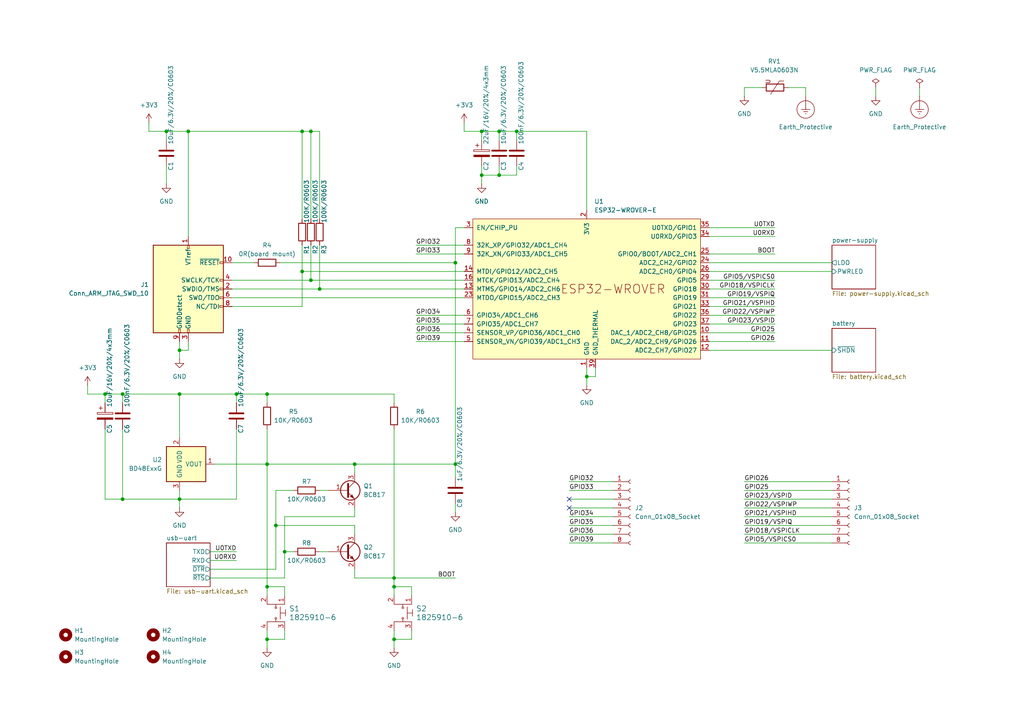
<source format=kicad_sch>
(kicad_sch (version 20231120) (generator "eeschema") (generator_version "8.0")
  (paper "A4")
  (lib_symbols
    (symbol "Connector:Conn_01x08_Socket" (pin_names (offset 1.016) hide)
      (property "Reference" "J" (at 0 10.16 0))
      (property "Value" "Conn_01x08_Socket" (at 0 -12.7 0))
      (symbol "Conn_01x08_Socket_1_1"
        (arc (start 0 -9.652) (mid -0.5058 -10.16) (end 0 -10.668) (stroke (width 0.1524)))
        (arc (start 0 -7.112) (mid -0.5058 -7.62) (end 0 -8.128) (stroke (width 0.1524)))
        (arc (start 0 -4.572) (mid -0.5058 -5.08) (end 0 -5.588) (stroke (width 0.1524)))
        (arc (start 0 -2.032) (mid -0.5058 -2.54) (end 0 -3.048) (stroke (width 0.1524)))
        (polyline (pts (xy -1.27 -10.16) (xy -0.508 -10.16)) (stroke (width 0.1524)))
        (polyline (pts (xy -1.27 -7.62) (xy -0.508 -7.62)) (stroke (width 0.1524)))
        (polyline (pts (xy -1.27 -5.08) (xy -0.508 -5.08)) (stroke (width 0.1524)))
        (polyline (pts (xy -1.27 -2.54) (xy -0.508 -2.54)) (stroke (width 0.1524)))
        (polyline (pts (xy -1.27 0) (xy -0.508 0)) (stroke (width 0.1524)))
        (polyline (pts (xy -1.27 2.54) (xy -0.508 2.54)) (stroke (width 0.1524)))
        (polyline (pts (xy -1.27 5.08) (xy -0.508 5.08)) (stroke (width 0.1524)))
        (polyline (pts (xy -1.27 7.62) (xy -0.508 7.62)) (stroke (width 0.1524)))
        (arc (start 0 0.508) (mid -0.5058 0) (end 0 -0.508) (stroke (width 0.1524)))
        (arc (start 0 3.048) (mid -0.5058 2.54) (end 0 2.032) (stroke (width 0.1524)))
        (arc (start 0 5.588) (mid -0.5058 5.08) (end 0 4.572) (stroke (width 0.1524)))
        (arc (start 0 8.128) (mid -0.5058 7.62) (end 0 7.112) (stroke (width 0.1524)))
        (pin passive line (at -5.08 7.62 0) (length 3.81) (name "Pin_1") (number "1"))
        (pin passive line (at -5.08 5.08 0) (length 3.81) (name "Pin_2") (number "2"))
        (pin passive line (at -5.08 2.54 0) (length 3.81) (name "Pin_3") (number "3"))
        (pin passive line (at -5.08 0 0) (length 3.81) (name "Pin_4") (number "4"))
        (pin passive line (at -5.08 -2.54 0) (length 3.81) (name "Pin_5") (number "5"))
        (pin passive line (at -5.08 -5.08 0) (length 3.81) (name "Pin_6") (number "6"))
        (pin passive line (at -5.08 -7.62 0) (length 3.81) (name "Pin_7") (number "7"))
        (pin passive line (at -5.08 -10.16 0) (length 3.81) (name "Pin_8") (number "8"))
      )
    )
    (symbol "Connector:Conn_ARM_JTAG_SWD_10" (pin_names (offset 1.016))
      (property "Reference" "J" (at -2.54 16.51 0))
      (property "Value" "Conn_ARM_JTAG_SWD_10" (at -2.54 13.97 0))
      (symbol "Conn_ARM_JTAG_SWD_10_0_1"
        (rectangle (start -10.16 12.7) (end 10.16 -12.7) (stroke (width 0.254)) (fill (type background)))
        (rectangle (start -2.794 -12.7) (end -2.286 -11.684))
        (rectangle (start -0.254 -12.7) (end 0.254 -11.684))
        (rectangle (start -0.254 12.7) (end 0.254 11.684))
        (rectangle (start 9.144 2.286) (end 10.16 2.794))
        (rectangle (start 10.16 -2.794) (end 9.144 -2.286))
        (rectangle (start 10.16 -0.254) (end 9.144 0.254))
        (rectangle (start 10.16 7.874) (end 9.144 7.366))
      )
      (symbol "Conn_ARM_JTAG_SWD_10_1_1"
        (rectangle (start 9.144 -5.334) (end 10.16 -4.826))
        (pin power_in line (at 0 15.24 270) (length 2.54) (name "VTref") (number "1"))
        (pin open_collector line (at 12.7 7.62 180) (length 2.54) (name "~{RESET}") (number "10"))
        (pin bidirectional line (at 12.7 0 180) (length 2.54) (name "SWDIO/TMS") (number "2"))
        (pin power_in line (at 0 -15.24 90) (length 2.54) (name "GND") (number "3"))
        (pin output line (at 12.7 2.54 180) (length 2.54) (name "SWCLK/TCK") (number "4"))
        (pin passive line (at 0 -15.24 90) (length 2.54) hide (name "GND") (number "5"))
        (pin input line (at 12.7 -2.54 180) (length 2.54) (name "SWO/TDO") (number "6"))
        (pin no_connect line (at -10.16 0 0) (length 2.54) hide (name "KEY") (number "7"))
        (pin output line (at 12.7 -5.08 180) (length 2.54) (name "NC/TDI") (number "8"))
        (pin passive line (at -2.54 -15.24 90) (length 2.54) (name "GNDDetect") (number "9"))
      )
    )
    (symbol "Device:C" (pin_numbers hide) (pin_names (offset 0.254))
      (property "Reference" "C" (at 0.635 2.54 0))
      (property "Value" "C" (at 0.635 -2.54 0))
      (symbol "C_0_1"
        (polyline (pts (xy -2.032 -0.762) (xy 2.032 -0.762)) (stroke (width 0.508)))
        (polyline (pts (xy -2.032 0.762) (xy 2.032 0.762)) (stroke (width 0.508)))
      )
      (symbol "C_1_1"
        (pin passive line (at 0 3.81 270) (length 2.794) (name "~") (number "1"))
        (pin passive line (at 0 -3.81 90) (length 2.794) (name "~") (number "2"))
      )
    )
    (symbol "Device:C_Polarized" (pin_numbers hide) (pin_names (offset 0.254))
      (property "Reference" "C" (at 0.635 2.54 0))
      (property "Value" "C_Polarized" (at 0.635 -2.54 0))
      (symbol "C_Polarized_0_1"
        (rectangle (start -2.286 0.508) (end 2.286 1.016))
        (polyline (pts (xy -1.778 2.286) (xy -0.762 2.286)))
        (polyline (pts (xy -1.27 2.794) (xy -1.27 1.778)))
        (rectangle (start 2.286 -0.508) (end -2.286 -1.016) (fill (type outline)))
      )
      (symbol "C_Polarized_1_1"
        (pin passive line (at 0 3.81 270) (length 2.794) (name "~") (number "1"))
        (pin passive line (at 0 -3.81 90) (length 2.794) (name "~") (number "2"))
      )
    )
    (symbol "Device:R" (pin_numbers hide) (pin_names (offset 0))
      (property "Reference" "R" (at 2.032 0 90))
      (property "Value" "R" (at 0 0 90))
      (symbol "R_0_1"
        (rectangle (start -1.016 -2.54) (end 1.016 2.54) (stroke (width 0.254)))
      )
      (symbol "R_1_1"
        (pin passive line (at 0 3.81 270) (length 1.27) (name "~") (number "1"))
        (pin passive line (at 0 -3.81 90) (length 1.27) (name "~") (number "2"))
      )
    )
    (symbol "Device:Varistor" (pin_numbers hide) (pin_names (offset 0))
      (property "Reference" "RV" (at 3.175 0 90))
      (property "Value" "Varistor" (at -3.175 0 90))
      (symbol "Varistor_0_0"
        (text "U" (at -1.778 -2.032 0) (effects (font (size 1.27 1.27))))
      )
      (symbol "Varistor_0_1"
        (rectangle (start -1.016 -2.54) (end 1.016 2.54) (stroke (width 0.254)))
        (polyline (pts (xy -1.905 2.54) (xy -1.905 1.27) (xy 1.905 -1.27)))
      )
      (symbol "Varistor_1_1"
        (pin passive line (at 0 3.81 270) (length 1.27) (name "~") (number "1"))
        (pin passive line (at 0 -3.81 90) (length 1.27) (name "~") (number "2"))
      )
    )
    (symbol "Espressif:ESP32-WROVER-E" (pin_names (offset 1.016))
      (property "Reference" "U" (at -30.48 25.4 0))
      (property "Value" "ESP32-WROVER-E" (at -30.48 22.86 0))
      (symbol "ESP32-WROVER-E_0_1"
        (rectangle (start -33.02 20.32) (end 33.02 -20.32) (fill (type background)))
      )
      (symbol "ESP32-WROVER-E_1_1"
        (text "ESP32-­WROVER" (at 7.62 0 0) (effects (font (size 2.54 2.54))))
        (pin power_in line (at 0 -22.86 90) (length 2.54) (name "GND") (number "1"))
        (pin bidirectional line (at 35.56 -12.7 180) (length 2.54) (name "DAC_1/ADC2_CH8/GPIO25") (number "10"))
        (pin bidirectional line (at 35.56 -15.24 180) (length 2.54) (name "DAC_2/ADC2_CH9/GPIO26") (number "11"))
        (pin bidirectional line (at 35.56 -17.78 180) (length 2.54) (name "ADC2_CH7/GPIO27") (number "12"))
        (pin bidirectional line (at -35.56 0 0) (length 2.54) (name "MTMS/GPIO14/ADC2_CH6") (number "13"))
        (pin bidirectional line (at -35.56 5.08 0) (length 2.54) (name "MTDI/GPIO12/ADC2_CH5") (number "14"))
        (pin passive line (at 0 -22.86 90) (length 2.54) hide (name "GND") (number "15"))
        (pin bidirectional line (at -35.56 2.54 0) (length 2.54) (name "MTCK/GPIO13/ADC2_CH4") (number "16"))
        (pin power_in line (at 0 22.86 270) (length 2.54) (name "3V3") (number "2"))
        (pin bidirectional line (at -35.56 -2.54 0) (length 2.54) (name "MTDO/GPIO15/ADC2_CH3") (number "23"))
        (pin bidirectional line (at 35.56 7.62 180) (length 2.54) (name "ADC2_CH2/GPIO2") (number "24"))
        (pin bidirectional line (at 35.56 10.16 180) (length 2.54) (name "GPIO0/BOOT/ADC2_CH1") (number "25"))
        (pin bidirectional line (at 35.56 5.08 180) (length 2.54) (name "ADC2_CH0/GPIO4") (number "26"))
        (pin bidirectional line (at 35.56 2.54 180) (length 2.54) (name "GPIO5") (number "29"))
        (pin input line (at -35.56 17.78 0) (length 2.54) (name "EN/CHIP_PU") (number "3"))
        (pin bidirectional line (at 35.56 0 180) (length 2.54) (name "GPIO18") (number "30"))
        (pin bidirectional line (at 35.56 -2.54 180) (length 2.54) (name "GPIO19") (number "31"))
        (pin bidirectional line (at 35.56 -5.08 180) (length 2.54) (name "GPIO21") (number "33"))
        (pin bidirectional line (at 35.56 15.24 180) (length 2.54) (name "U0RXD/GPIO3") (number "34"))
        (pin bidirectional line (at 35.56 17.78 180) (length 2.54) (name "U0TXD/GPIO1") (number "35"))
        (pin bidirectional line (at 35.56 -7.62 180) (length 2.54) (name "GPIO22") (number "36"))
        (pin bidirectional line (at 35.56 -10.16 180) (length 2.54) (name "GPIO23") (number "37"))
        (pin passive line (at 0 -22.86 90) (length 2.54) hide (name "GND") (number "38"))
        (pin power_in line (at 2.54 -22.86 90) (length 2.54) (name "GND_THERMAL") (number "39"))
        (pin input line (at -35.56 -12.7 0) (length 2.54) (name "SENSOR_VP/GPIO36/ADC1_CH0") (number "4"))
        (pin input line (at -35.56 -15.24 0) (length 2.54) (name "SENSOR_VN/GPIO39/ADC1_CH3") (number "5"))
        (pin input line (at -35.56 -7.62 0) (length 2.54) (name "GPIO34/ADC1_CH6") (number "6"))
        (pin input line (at -35.56 -10.16 0) (length 2.54) (name "GPIO35/ADC1_CH7") (number "7"))
        (pin bidirectional line (at -35.56 12.7 0) (length 2.54) (name "32K_XP/GPIO32/ADC1_CH4") (number "8"))
        (pin bidirectional line (at -35.56 10.16 0) (length 2.54) (name "32K_XN/GPIO33/ADC1_CH5") (number "9"))
      )
    )
    (symbol "Mechanical:MountingHole" (pin_names (offset 1.016)) (exclude_from_sim yes) (in_bom no)
      (property "Reference" "H" (at 0 5.08 0))
      (property "Value" "MountingHole" (at 0 3.175 0))
      (symbol "MountingHole_0_1"
        (circle (center 0 0) (radius 1.27) (stroke (width 1.27)))
      )
    )
    (symbol "Power_Management:BD48ExxG" (pin_names (offset 1.016))
      (property "Reference" "U" (at -3.81 6.35 0))
      (property "Value" "BD48ExxG" (at -5.08 0 90))
      (symbol "BD48ExxG_1_1"
        (rectangle (start -3.81 5.08) (end 7.62 -5.08) (stroke (width 0.254)) (fill (type background)))
        (pin output line (at 10.16 0 180) (length 2.54) (name "VOUT") (number "1"))
        (pin power_in line (at 0 7.62 270) (length 2.54) (name "VDD") (number "2"))
        (pin power_in line (at 0 -7.62 90) (length 2.54) (name "GND") (number "3"))
      )
    )
    (symbol "Transistor_BJT:BC817" (pin_names (offset 0) hide)
      (property "Reference" "Q" (at 5.08 1.905 0))
      (property "Value" "BC817" (at 5.08 0 0))
      (symbol "BC817_0_1"
        (polyline (pts (xy 0.635 0.635) (xy 2.54 2.54)))
        (polyline (pts (xy 0.635 -0.635) (xy 2.54 -2.54) (xy 2.54 -2.54)))
        (polyline (pts (xy 0.635 1.905) (xy 0.635 -1.905) (xy 0.635 -1.905)) (stroke (width 0.508)))
        (polyline (pts (xy 1.27 -1.778) (xy 1.778 -1.27) (xy 2.286 -2.286) (xy 1.27 -1.778) (xy 1.27 -1.778)) (fill (type outline)))
        (circle (center 1.27 0) (radius 2.8194) (stroke (width 0.254)))
      )
      (symbol "BC817_1_1"
        (pin input line (at -5.08 0 0) (length 5.715) (name "B") (number "1"))
        (pin passive line (at 2.54 -5.08 90) (length 2.54) (name "E") (number "2"))
        (pin passive line (at 2.54 5.08 270) (length 2.54) (name "C") (number "3"))
      )
    )
    (symbol "dk_Tactile-Switches:1825910-6" (pin_names (offset 1.016))
      (property "Reference" "S" (at 0 4.572 0))
      (property "Value" "1825910-6" (at 0.127 -5.08 0))
      (symbol "1825910-6_0_1"
        (circle (center -1.524 0) (radius 0.254))
        (polyline (pts (xy -2.54 2.54) (xy -2.54 -2.54)))
        (polyline (pts (xy -1.778 0) (xy -2.54 0)))
        (polyline (pts (xy -1.778 1.27) (xy 1.778 1.27)))
        (polyline (pts (xy 2.54 -2.54) (xy 2.54 2.54)))
        (polyline (pts (xy 2.54 0) (xy 1.778 0)))
        (circle (center 1.524 0) (radius 0.254))
      )
      (symbol "1825910-6_1_1"
        (polyline (pts (xy -1.016 2.794) (xy 0.889 2.794)))
        (polyline (pts (xy 0 2.794) (xy 0 1.27)))
        (pin passive line (at -5.08 2.54 0) (length 2.54) (name "~") (number "1"))
        (pin passive line (at -5.08 -2.54 0) (length 2.54) (name "~") (number "2"))
        (pin passive line (at 5.08 2.54 180) (length 2.54) (name "~") (number "3"))
        (pin passive line (at 5.08 -2.54 180) (length 2.54) (name "~") (number "4"))
      )
    )
    (symbol "power:+3V3" (power) (pin_numbers hide) (pin_names (offset 0) hide)
      (property "Value" "+3V3" (at 0 3.556 0))
      (symbol "+3V3_0_1"
        (polyline (pts (xy -0.762 1.27) (xy 0 2.54)))
        (polyline (pts (xy 0 0) (xy 0 2.54)))
        (polyline (pts (xy 0 2.54) (xy 0.762 1.27)))
      )
      (symbol "+3V3_1_1"
        (pin power_in line (at 0 0 90) (length 0) (name "~") (number "1"))
      )
    )
    (symbol "power:Earth_Protective" (power) (pin_numbers hide) (pin_names (offset 0) hide)
      (property "Value" "Earth_Protective" (at 0 -7.62 0))
      (symbol "Earth_Protective_0_1"
        (circle (center 0 -3.81) (radius 2.54))
        (polyline (pts (xy -0.635 -4.445) (xy 0.635 -4.445)))
        (polyline (pts (xy -0.127 -5.08) (xy 0.127 -5.08)))
        (polyline (pts (xy 0 -3.81) (xy 0 0)))
        (polyline (pts (xy 1.27 -3.81) (xy -1.27 -3.81)))
      )
      (symbol "Earth_Protective_1_1"
        (pin power_in line (at 0 0 270) (length 0) (name "~") (number "1"))
      )
    )
    (symbol "power:GND" (power) (pin_numbers hide) (pin_names (offset 0) hide)
      (property "Value" "GND" (at 0 -3.81 0))
      (symbol "GND_0_1"
        (polyline (pts (xy 0 0) (xy 0 -1.27) (xy 1.27 -1.27) (xy 0 -2.54) (xy -1.27 -1.27) (xy 0 -1.27)))
      )
      (symbol "GND_1_1"
        (pin power_in line (at 0 0 270) (length 0) (name "~") (number "1"))
      )
    )
    (symbol "power:PWR_FLAG" (power) (pin_numbers hide) (pin_names (offset 0) hide)
      (property "Value" "PWR_FLAG" (at 0 3.81 0))
      (symbol "PWR_FLAG_0_0"
        (pin power_out line (at 0 0 90) (length 0) (name "~") (number "1"))
      )
      (symbol "PWR_FLAG_0_1"
        (polyline (pts (xy 0 0) (xy 0 1.27) (xy -1.016 1.905) (xy 0 2.54) (xy 1.016 1.905) (xy 0 1.27)))
      )
    )
  )
  (junction (at 82.55 160.02))
  (junction (at 144.78 38.1))
  (junction (at 114.3 167.64))
  (junction (at 102.87 134.62))
  (junction (at 77.47 170.18))
  (junction (at 92.71 83.82))
  (junction (at 30.48 114.3))
  (junction (at 54.61 38.1))
  (junction (at 77.47 114.3))
  (junction (at 52.07 114.3))
  (junction (at 35.56 144.78))
  (junction (at 144.78 50.8))
  (junction (at 77.47 185.42))
  (junction (at 52.07 144.78))
  (junction (at 87.63 78.74))
  (junction (at 139.7 50.8))
  (junction (at 80.01 152.4))
  (junction (at 114.3 185.42))
  (junction (at 114.3 170.18))
  (junction (at 90.17 81.28))
  (junction (at 139.7 38.1))
  (junction (at 90.17 38.1))
  (junction (at 77.47 134.62))
  (junction (at 132.08 76.2))
  (junction (at 52.07 101.6))
  (junction (at 149.86 38.1))
  (junction (at 35.56 114.3))
  (junction (at 87.63 38.1))
  (junction (at 48.26 38.1))
  (junction (at 68.58 114.3))
  (junction (at 170.18 109.22))
  (junction (at 132.08 134.62))
  (no_connect (at 165.1 144.78))
  (no_connect (at 165.1 147.32))
  (wire (pts (xy 205.74 73.66) (xy 224.79 73.66)))
  (wire (pts (xy 80.01 152.4) (xy 80.01 165.1)))
  (wire (pts (xy 114.3 114.3) (xy 114.3 116.84)))
  (wire (pts (xy 132.08 66.04) (xy 132.08 76.2)))
  (wire (pts (xy 205.74 101.6) (xy 241.3 101.6)))
  (wire (pts (xy 170.18 38.1) (xy 170.18 60.96)))
  (wire (pts (xy 54.61 38.1) (xy 54.61 68.58)))
  (wire (pts (xy 77.47 134.62) (xy 77.47 170.18)))
  (wire (pts (xy 120.65 71.12) (xy 134.62 71.12)))
  (wire (pts (xy 81.28 76.2) (xy 132.08 76.2)))
  (wire (pts (xy 170.18 109.22) (xy 172.72 109.22)))
  (wire (pts (xy 82.55 149.86) (xy 102.87 149.86)))
  (wire (pts (xy 87.63 78.74) (xy 87.63 88.9)))
  (wire (pts (xy 35.56 114.3) (xy 52.07 114.3)))
  (wire (pts (xy 67.31 76.2) (xy 73.66 76.2)))
  (wire (pts (xy 102.87 149.86) (xy 102.87 147.32)))
  (wire (pts (xy 52.07 101.6) (xy 54.61 101.6)))
  (wire (pts (xy 233.68 25.4) (xy 233.68 27.94)))
  (wire (pts (xy 132.08 134.62) (xy 132.08 138.43)))
  (wire (pts (xy 205.74 93.98) (xy 224.79 93.98)))
  (wire (pts (xy 52.07 99.06) (xy 52.07 101.6)))
  (wire (pts (xy 149.86 48.26) (xy 149.86 50.8)))
  (wire (pts (xy 114.3 182.88) (xy 114.3 185.42)))
  (wire (pts (xy 215.9 152.4) (xy 241.3 152.4)))
  (wire (pts (xy 205.74 86.36) (xy 224.79 86.36)))
  (wire (pts (xy 205.74 88.9) (xy 224.79 88.9)))
  (wire (pts (xy 92.71 83.82) (xy 134.62 83.82)))
  (wire (pts (xy 132.08 146.05) (xy 132.08 148.59)))
  (wire (pts (xy 87.63 88.9) (xy 67.31 88.9)))
  (wire (pts (xy 35.56 124.46) (xy 35.56 144.78)))
  (wire (pts (xy 77.47 134.62) (xy 102.87 134.62)))
  (wire (pts (xy 120.65 91.44) (xy 134.62 91.44)))
  (wire (pts (xy 52.07 101.6) (xy 52.07 104.14)))
  (wire (pts (xy 77.47 114.3) (xy 114.3 114.3)))
  (wire (pts (xy 35.56 144.78) (xy 52.07 144.78)))
  (wire (pts (xy 85.09 160.02) (xy 82.55 160.02)))
  (wire (pts (xy 165.1 152.4) (xy 177.8 152.4)))
  (wire (pts (xy 120.65 93.98) (xy 134.62 93.98)))
  (wire (pts (xy 205.74 68.58) (xy 224.79 68.58)))
  (wire (pts (xy 68.58 114.3) (xy 77.47 114.3)))
  (wire (pts (xy 228.6 25.4) (xy 233.68 25.4)))
  (wire (pts (xy 205.74 91.44) (xy 224.79 91.44)))
  (wire (pts (xy 52.07 114.3) (xy 68.58 114.3)))
  (wire (pts (xy 165.1 142.24) (xy 177.8 142.24)))
  (wire (pts (xy 165.1 139.7) (xy 177.8 139.7)))
  (wire (pts (xy 170.18 109.22) (xy 170.18 111.76)))
  (wire (pts (xy 114.3 185.42) (xy 119.38 185.42)))
  (wire (pts (xy 102.87 167.64) (xy 114.3 167.64)))
  (wire (pts (xy 215.9 142.24) (xy 241.3 142.24)))
  (wire (pts (xy 165.1 157.48) (xy 177.8 157.48)))
  (wire (pts (xy 67.31 83.82) (xy 92.71 83.82)))
  (wire (pts (xy 215.9 147.32) (xy 241.3 147.32)))
  (wire (pts (xy 60.96 167.64) (xy 82.55 167.64)))
  (wire (pts (xy 30.48 116.84) (xy 30.48 114.3)))
  (wire (pts (xy 114.3 167.64) (xy 132.08 167.64)))
  (wire (pts (xy 67.31 81.28) (xy 90.17 81.28)))
  (wire (pts (xy 102.87 134.62) (xy 102.87 137.16)))
  (wire (pts (xy 82.55 182.88) (xy 82.55 185.42)))
  (wire (pts (xy 120.65 99.06) (xy 134.62 99.06)))
  (wire (pts (xy 165.1 147.32) (xy 177.8 147.32)))
  (wire (pts (xy 134.62 38.1) (xy 139.7 38.1)))
  (wire (pts (xy 68.58 114.3) (xy 68.58 116.84)))
  (wire (pts (xy 134.62 35.56) (xy 134.62 38.1)))
  (wire (pts (xy 52.07 144.78) (xy 52.07 147.32)))
  (wire (pts (xy 205.74 76.2) (xy 241.3 76.2)))
  (wire (pts (xy 215.9 144.78) (xy 241.3 144.78)))
  (wire (pts (xy 77.47 185.42) (xy 77.47 187.96)))
  (wire (pts (xy 119.38 170.18) (xy 114.3 170.18)))
  (wire (pts (xy 205.74 83.82) (xy 224.79 83.82)))
  (wire (pts (xy 165.1 149.86) (xy 177.8 149.86)))
  (wire (pts (xy 144.78 48.26) (xy 144.78 50.8)))
  (wire (pts (xy 48.26 38.1) (xy 43.18 38.1)))
  (wire (pts (xy 87.63 78.74) (xy 134.62 78.74)))
  (wire (pts (xy 215.9 25.4) (xy 215.9 27.94)))
  (wire (pts (xy 165.1 154.94) (xy 177.8 154.94)))
  (wire (pts (xy 114.3 170.18) (xy 114.3 172.72)))
  (wire (pts (xy 90.17 38.1) (xy 92.71 38.1)))
  (wire (pts (xy 87.63 38.1) (xy 90.17 38.1)))
  (wire (pts (xy 215.9 139.7) (xy 241.3 139.7)))
  (wire (pts (xy 149.86 38.1) (xy 149.86 40.64)))
  (wire (pts (xy 266.7 25.4) (xy 266.7 27.94)))
  (wire (pts (xy 54.61 38.1) (xy 87.63 38.1)))
  (wire (pts (xy 82.55 172.72) (xy 82.55 170.18)))
  (wire (pts (xy 67.31 86.36) (xy 134.62 86.36)))
  (wire (pts (xy 87.63 78.74) (xy 87.63 71.12)))
  (wire (pts (xy 139.7 50.8) (xy 139.7 53.34)))
  (wire (pts (xy 54.61 99.06) (xy 54.61 101.6)))
  (wire (pts (xy 102.87 154.94) (xy 102.87 152.4)))
  (wire (pts (xy 52.07 144.78) (xy 52.07 142.24)))
  (wire (pts (xy 25.4 114.3) (xy 30.48 114.3)))
  (wire (pts (xy 30.48 124.46) (xy 30.48 144.78)))
  (wire (pts (xy 60.96 162.56) (xy 68.58 162.56)))
  (wire (pts (xy 52.07 114.3) (xy 52.07 127)))
  (wire (pts (xy 30.48 144.78) (xy 35.56 144.78)))
  (wire (pts (xy 114.3 124.46) (xy 114.3 167.64)))
  (wire (pts (xy 215.9 25.4) (xy 220.98 25.4)))
  (wire (pts (xy 205.74 66.04) (xy 224.79 66.04)))
  (wire (pts (xy 120.65 73.66) (xy 134.62 73.66)))
  (wire (pts (xy 54.61 38.1) (xy 48.26 38.1)))
  (wire (pts (xy 114.3 167.64) (xy 114.3 170.18)))
  (wire (pts (xy 80.01 142.24) (xy 85.09 142.24)))
  (wire (pts (xy 77.47 170.18) (xy 77.47 172.72)))
  (wire (pts (xy 254 25.4) (xy 254 27.94)))
  (wire (pts (xy 60.96 165.1) (xy 80.01 165.1)))
  (wire (pts (xy 43.18 35.56) (xy 43.18 38.1)))
  (wire (pts (xy 119.38 172.72) (xy 119.38 170.18)))
  (wire (pts (xy 90.17 81.28) (xy 134.62 81.28)))
  (wire (pts (xy 77.47 114.3) (xy 77.47 116.84)))
  (wire (pts (xy 82.55 160.02) (xy 82.55 167.64)))
  (wire (pts (xy 215.9 157.48) (xy 241.3 157.48)))
  (wire (pts (xy 215.9 154.94) (xy 241.3 154.94)))
  (wire (pts (xy 80.01 142.24) (xy 80.01 152.4)))
  (wire (pts (xy 62.23 134.62) (xy 77.47 134.62)))
  (wire (pts (xy 205.74 99.06) (xy 224.79 99.06)))
  (wire (pts (xy 132.08 76.2) (xy 132.08 134.62)))
  (wire (pts (xy 102.87 152.4) (xy 80.01 152.4)))
  (wire (pts (xy 205.74 96.52) (xy 224.79 96.52)))
  (wire (pts (xy 77.47 182.88) (xy 77.47 185.42)))
  (wire (pts (xy 139.7 48.26) (xy 139.7 50.8)))
  (wire (pts (xy 25.4 111.76) (xy 25.4 114.3)))
  (wire (pts (xy 149.86 38.1) (xy 170.18 38.1)))
  (wire (pts (xy 139.7 38.1) (xy 144.78 38.1)))
  (wire (pts (xy 215.9 149.86) (xy 241.3 149.86)))
  (wire (pts (xy 60.96 160.02) (xy 68.58 160.02)))
  (wire (pts (xy 102.87 165.1) (xy 102.87 167.64)))
  (wire (pts (xy 92.71 142.24) (xy 95.25 142.24)))
  (wire (pts (xy 48.26 38.1) (xy 48.26 40.64)))
  (wire (pts (xy 165.1 144.78) (xy 177.8 144.78)))
  (wire (pts (xy 92.71 71.12) (xy 92.71 83.82)))
  (wire (pts (xy 119.38 182.88) (xy 119.38 185.42)))
  (wire (pts (xy 205.74 81.28) (xy 224.79 81.28)))
  (wire (pts (xy 139.7 38.1) (xy 139.7 40.64)))
  (wire (pts (xy 172.72 106.68) (xy 172.72 109.22)))
  (wire (pts (xy 30.48 114.3) (xy 35.56 114.3)))
  (wire (pts (xy 77.47 170.18) (xy 82.55 170.18)))
  (wire (pts (xy 48.26 53.34) (xy 48.26 48.26)))
  (wire (pts (xy 92.71 38.1) (xy 92.71 63.5)))
  (wire (pts (xy 114.3 185.42) (xy 114.3 187.96)))
  (wire (pts (xy 68.58 144.78) (xy 52.07 144.78)))
  (wire (pts (xy 120.65 96.52) (xy 134.62 96.52)))
  (wire (pts (xy 77.47 185.42) (xy 82.55 185.42)))
  (wire (pts (xy 68.58 124.46) (xy 68.58 144.78)))
  (wire (pts (xy 90.17 71.12) (xy 90.17 81.28)))
  (wire (pts (xy 35.56 116.84) (xy 35.56 114.3)))
  (wire (pts (xy 102.87 134.62) (xy 132.08 134.62)))
  (wire (pts (xy 149.86 50.8) (xy 144.78 50.8)))
  (wire (pts (xy 82.55 149.86) (xy 82.55 160.02)))
  (wire (pts (xy 90.17 38.1) (xy 90.17 63.5)))
  (wire (pts (xy 205.74 78.74) (xy 241.3 78.74)))
  (wire (pts (xy 77.47 124.46) (xy 77.47 134.62)))
  (wire (pts (xy 144.78 38.1) (xy 149.86 38.1)))
  (wire (pts (xy 132.08 66.04) (xy 134.62 66.04)))
  (wire (pts (xy 144.78 38.1) (xy 144.78 40.64)))
  (wire (pts (xy 92.71 160.02) (xy 95.25 160.02)))
  (wire (pts (xy 170.18 106.68) (xy 170.18 109.22)))
  (wire (pts (xy 87.63 38.1) (xy 87.63 63.5)))
  (wire (pts (xy 144.78 50.8) (xy 139.7 50.8)))
  (label "GPIO32" (at 120.65 71.12 0))
  (label "GPIO39" (at 120.65 99.06 0))
  (label "GPIO26" (at 215.9 139.7 0))
  (label "GPIO35" (at 165.1 152.4 0))
  (label "U0TXD" (at 224.79 66.04 180))
  (label "BOOT" (at 132.08 167.64 180))
  (label "GPIO5{slash}VSPICS0" (at 215.9 157.48 0))
  (label "GPIO25" (at 224.79 96.52 180))
  (label "GPIO18{slash}VSPICLK" (at 224.79 83.82 180))
  (label "GPIO25" (at 215.9 142.24 0))
  (label "GPIO23{slash}VSPID" (at 215.9 144.78 0))
  (label "GPIO34" (at 165.1 149.86 0))
  (label "GPIO19{slash}VSPIQ" (at 224.79 86.36 180))
  (label "GPIO18{slash}VSPICLK" (at 215.9 154.94 0))
  (label "GPIO36" (at 165.1 154.94 0))
  (label "GPIO34" (at 120.65 91.44 0))
  (label "GPIO39" (at 165.1 157.48 0))
  (label "GPIO23{slash}VSPID" (at 224.79 93.98 180))
  (label "GPIO36" (at 120.65 96.52 0))
  (label "GPIO35" (at 120.65 93.98 0))
  (label "GPIO21{slash}VSPIHD" (at 224.79 88.9 180))
  (label "GPIO19{slash}VSPIQ" (at 215.9 152.4 0))
  (label "GPIO21{slash}VSPIHD" (at 215.9 149.86 0))
  (label "BOOT" (at 224.79 73.66 180))
  (label "GPIO26" (at 224.79 99.06 180))
  (label "GPIO32" (at 165.1 139.7 0))
  (label "U0RXD" (at 68.58 162.56 180))
  (label "GPIO33" (at 165.1 142.24 0))
  (label "GPIO22{slash}VSPIWP" (at 224.79 91.44 180))
  (label "U0RXD" (at 224.79 68.58 180))
  (label "GPIO22{slash}VSPIWP" (at 215.9 147.32 0))
  (label "GPIO5{slash}VSPICS0" (at 224.79 81.28 180))
  (label "U0TXD" (at 68.58 160.02 180))
  (label "GPIO33" (at 120.65 73.66 0))
  (symbol (lib_id "power:GND") (at 114.3 187.96 0) (unit 1)
    (property "Reference" "#PWR015" (effects (hide yes)))
    (property "Value" "GND" (at 114.3 193.04 0))
    (property "Description" "Power symbol creates a global label with name \"GND\" , ground" (effects (hide yes)))
  )
  (symbol (lib_id "Device:C_Polarized") (at 139.7 44.45 0) (unit 1)
    (property "Reference" "C2" (at 140.97 49.53 90) (effects (justify left)))
    (property "Value" "22uF/16V/20%/4x3mm" (at 140.97 41.91 90) (effects (justify left)))
    (property "Footprint" "Capacitor_SMD:CP_Elec_4x3" (effects (hide yes)))
    (property "Description" "Polarized capacitor" (effects (hide yes)))
  )
  (symbol (lib_id "Transistor_BJT:BC817") (at 100.33 160.02 0) (unit 1)
    (property "Reference" "Q2" (at 105.41 158.7499 0) (effects (justify left)))
    (property "Value" "BC817" (at 105.41 161.2899 0) (effects (justify left)))
    (property "Footprint" "Package_TO_SOT_SMD:SOT-23" (effects (hide yes)))
    (property "Datasheet" "https://www.onsemi.com/pub/Collateral/BC818-D.pdf" (effects (hide yes)))
    (property "Description" "0.8A Ic, 45V Vce, NPN Transistor, SOT-23" (effects (hide yes)))
  )
  (symbol (lib_id "power:GND") (at 48.26 53.34 0) (unit 1)
    (property "Reference" "#PWR07" (effects (hide yes)))
    (property "Value" "GND" (at 48.26 58.42 0))
    (property "Description" "Power symbol creates a global label with name \"GND\" , ground" (effects (hide yes)))
  )
  (symbol (lib_id "power:+3V3") (at 134.62 35.56 0) (unit 1)
    (property "Reference" "#PWR06" (effects (hide yes)))
    (property "Value" "+3V3" (at 134.62 30.48 0))
    (property "Description" "Power symbol creates a global label with name \"+3V3\"" (effects (hide yes)))
  )
  (symbol (lib_id "Device:R") (at 90.17 67.31 180) (unit 1)
    (property "Reference" "R2" (at 91.44 72.39 90))
    (property "Value" "100K/R0603" (at 91.44 58.42 90))
    (property "Footprint" "Resistor_SMD:R_0603_1608Metric_Pad0.98x0.95mm_HandSolder" (effects (hide yes)))
    (property "Description" "Resistor" (effects (hide yes)))
  )
  (symbol (lib_id "Power_Management:BD48ExxG") (at 52.07 134.62 0) (unit 1)
    (property "Reference" "U2" (at 46.99 133.3499 0) (effects (justify right)))
    (property "Value" "BD48ExxG" (at 46.99 135.8899 0) (effects (justify right)))
    (property "Footprint" "Package_TO_SOT_SMD:SOT-23-5" (effects (hide yes)))
    (property "Datasheet" "https://www.rohm.de/datasheet/BD4830FVE/bd48xxg-e" (effects (hide yes)))
    (property "Description" "Standard CMOS Voltage Detector IC, Open Drain Output, SSOP5" (effects (hide yes)))
  )
  (symbol (lib_id "power:GND") (at 254 27.94 0) (unit 1)
    (property "Reference" "#PWR03" (effects (hide yes)))
    (property "Value" "GND" (at 254 33.02 0))
    (property "Description" "Power symbol creates a global label with name \"GND\" , ground" (effects (hide yes)))
  )
  (symbol (lib_id "Device:R") (at 114.3 120.65 0) (unit 1)
    (property "Reference" "R6" (at 121.92 119.38 0))
    (property "Value" "10K/R0603" (at 121.92 121.92 0))
    (property "Footprint" "Resistor_SMD:R_0603_1608Metric_Pad0.98x0.95mm_HandSolder" (effects (hide yes)))
    (property "Description" "Resistor" (effects (hide yes)))
  )
  (symbol (lib_id "Mechanical:MountingHole") (at 19.05 190.5 0) (unit 1) (exclude_from_sim yes) (in_bom no)
    (property "Reference" "H3" (at 21.59 189.2299 0) (effects (justify left)))
    (property "Value" "MountingHole" (at 21.59 191.7699 0) (effects (justify left)))
    (property "Footprint" "MountingHole:MountingHole_2.2mm_M2" (effects (hide yes)))
    (property "Description" "Mounting Hole without connection" (effects (hide yes)))
  )
  (symbol (lib_id "Mechanical:MountingHole") (at 19.05 184.15 0) (unit 1) (exclude_from_sim yes) (in_bom no)
    (property "Reference" "H1" (at 21.59 182.8799 0) (effects (justify left)))
    (property "Value" "MountingHole" (at 21.59 185.4199 0) (effects (justify left)))
    (property "Footprint" "MountingHole:MountingHole_2.2mm_M2" (effects (hide yes)))
    (property "Description" "Mounting Hole without connection" (effects (hide yes)))
  )
  (symbol (lib_id "dk_Tactile-Switches:1825910-6") (at 116.84 177.8 270) (unit 1)
    (property "Reference" "S2" (at 120.65 176.5299 90) (effects (font (size 1.524 1.524)) (justify left)))
    (property "Value" "1825910-6" (at 120.65 179.0699 90) (effects (font (size 1.524 1.524)) (justify left)))
    (property "Footprint" "digikey-footprints:Switch_Tactile_THT_6x6mm" (effects (hide yes)))
    (property "Datasheet" "https://www.te.com/commerce/DocumentDelivery/DDEController?Action=srchrtrv&DocNm=1825910&DocType=Customer+Drawing&DocLang=English" (effects (hide yes)))
    (property "Description" "SWITCH TACTILE SPST-NO 0.05A 24V" (effects (hide yes)))
    (property "Digi-Key_PN" "450-1650-ND" (effects (hide yes)))
    (property "MPN" "1825910-6" (effects (hide yes)))
    (property "Category" "Switches" (effects (hide yes)))
    (property "Family" "Tactile Switches" (effects (hide yes)))
    (property "DK_Datasheet_Link" "https://www.te.com/commerce/DocumentDelivery/DDEController?Action=srchrtrv&DocNm=1825910&DocType=Customer+Drawing&DocLang=English" (effects (hide yes)))
    (property "DK_Detail_Page" "/product-detail/en/te-connectivity-alcoswitch-switches/1825910-6/450-1650-ND/1632536" (effects (hide yes)))
    (property "Description_1" "SWITCH TACTILE SPST-NO 0.05A 24V" (effects (hide yes)))
    (property "Manufacturer" "TE Connectivity ALCOSWITCH Switches" (effects (hide yes)))
    (property "Status" "Active" (effects (hide yes)))
  )
  (symbol (lib_id "power:GND") (at 215.9 27.94 0) (unit 1)
    (property "Reference" "#PWR01" (effects (hide yes)))
    (property "Value" "GND" (at 215.9 33.02 0))
    (property "Description" "Power symbol creates a global label with name \"GND\" , ground" (effects (hide yes)))
  )
  (symbol (lib_id "Mechanical:MountingHole") (at 44.45 184.15 0) (unit 1) (exclude_from_sim yes) (in_bom no)
    (property "Reference" "H2" (at 46.99 182.8799 0) (effects (justify left)))
    (property "Value" "MountingHole" (at 46.99 185.4199 0) (effects (justify left)))
    (property "Footprint" "MountingHole:MountingHole_2.2mm_M2" (effects (hide yes)))
    (property "Description" "Mounting Hole without connection" (effects (hide yes)))
  )
  (symbol (lib_id "Mechanical:MountingHole") (at 44.45 190.5 0) (unit 1) (exclude_from_sim yes) (in_bom no)
    (property "Reference" "H4" (at 46.99 189.2299 0) (effects (justify left)))
    (property "Value" "MountingHole" (at 46.99 191.7699 0) (effects (justify left)))
    (property "Footprint" "MountingHole:MountingHole_2.2mm_M2" (effects (hide yes)))
    (property "Description" "Mounting Hole without connection" (effects (hide yes)))
  )
  (symbol (lib_id "Device:C_Polarized") (at 30.48 120.65 0) (unit 1)
    (property "Reference" "C5" (at 31.75 125.73 90) (effects (justify left)))
    (property "Value" "10uF/16V/20%/4x3mm" (at 31.75 118.11 90) (effects (justify left)))
    (property "Footprint" "Capacitor_SMD:CP_Elec_4x3" (effects (hide yes)))
    (property "Description" "Polarized capacitor" (effects (hide yes)))
  )
  (symbol (lib_id "power:GND") (at 170.18 111.76 0) (unit 1)
    (property "Reference" "#PWR011" (effects (hide yes)))
    (property "Value" "GND" (at 170.18 116.84 0))
    (property "Description" "Power symbol creates a global label with name \"GND\" , ground" (effects (hide yes)))
  )
  (symbol (lib_id "power:Earth_Protective") (at 233.68 27.94 0) (unit 1)
    (property "Reference" "#PWR02" (effects (hide yes)))
    (property "Value" "Earth_Protective" (at 233.68 36.83 0))
    (property "Description" "Power symbol creates a global label with name \"Earth_Protective\"" (effects (hide yes)))
  )
  (symbol (lib_id "Device:C") (at 132.08 142.24 0) (unit 1)
    (property "Reference" "C8" (at 133.35 147.32 90) (effects (justify left)))
    (property "Value" "1uF/6.3V/20%/C0603" (at 133.35 139.7 90) (effects (justify left)))
    (property "Footprint" "Capacitor_SMD:C_0603_1608Metric_Pad1.08x0.95mm_HandSolder" (effects (hide yes)))
    (property "Description" "Unpolarized capacitor" (effects (hide yes)))
  )
  (symbol (lib_id "power:GND") (at 139.7 53.34 0) (unit 1)
    (property "Reference" "#PWR08" (effects (hide yes)))
    (property "Value" "GND" (at 139.7 58.42 0))
    (property "Description" "Power symbol creates a global label with name \"GND\" , ground" (effects (hide yes)))
  )
  (symbol (lib_id "power:GND") (at 132.08 148.59 0) (unit 1)
    (property "Reference" "#PWR013" (effects (hide yes)))
    (property "Value" "GND" (at 132.08 153.67 0))
    (property "Description" "Power symbol creates a global label with name \"GND\" , ground" (effects (hide yes)))
  )
  (symbol (lib_id "power:GND") (at 77.47 187.96 0) (unit 1)
    (property "Reference" "#PWR014" (effects (hide yes)))
    (property "Value" "GND" (at 77.47 193.04 0))
    (property "Description" "Power symbol creates a global label with name \"GND\" , ground" (effects (hide yes)))
  )
  (symbol (lib_id "Device:R") (at 87.63 67.31 180) (unit 1)
    (property "Reference" "R1" (at 88.9 72.39 90))
    (property "Value" "100K/R0603" (at 88.9 58.42 90))
    (property "Footprint" "Resistor_SMD:R_0603_1608Metric_Pad0.98x0.95mm_HandSolder" (effects (hide yes)))
    (property "Description" "Resistor" (effects (hide yes)))
  )
  (symbol (lib_id "Espressif:ESP32-WROVER-E") (at 170.18 83.82 0) (unit 1)
    (property "Reference" "U1" (at 172.3741 58.42 0) (effects (justify left)))
    (property "Value" "ESP32-WROVER-E" (at 172.3741 60.96 0) (effects (justify left)))
    (property "Footprint" "Espressif:ESP32-WROVER-E" (effects (hide yes)))
    (property "Datasheet" "https://www.espressif.com/sites/default/files/documentation/esp32-wrover-e_esp32-wrover-ie_datasheet_en.pdf" (effects (hide yes)))
    (property "Description" "ESP32-WROVER-E and ESP32-WROVER-IE are two powerful, generic WiFi-BT-BLE MCU modules that target a wide variety of applications, ranging from low-power sensor networks to the most demanding tasks, such as voice encoding, music streaming and MP3 decoding. ESP32-WROVER-E comes with a PCB antenna, and ESP32-WROVER-IE with an IPEX antenna. They both featurea 4 MB external SPI flash and an additional 8 MB SPI Pseudo static RAM (PSRAM)." (effects (hide yes)))
  )
  (symbol (lib_id "Transistor_BJT:BC817") (at 100.33 142.24 0) (unit 1)
    (property "Reference" "Q1" (at 105.41 140.9699 0) (effects (justify left)))
    (property "Value" "BC817" (at 105.41 143.5099 0) (effects (justify left)))
    (property "Footprint" "Package_TO_SOT_SMD:SOT-23" (effects (hide yes)))
    (property "Datasheet" "https://www.onsemi.com/pub/Collateral/BC818-D.pdf" (effects (hide yes)))
    (property "Description" "0.8A Ic, 45V Vce, NPN Transistor, SOT-23" (effects (hide yes)))
  )
  (symbol (lib_id "Device:C") (at 48.26 44.45 0) (unit 1)
    (property "Reference" "C1" (at 49.53 49.53 90) (effects (justify left)))
    (property "Value" "10uF/6.3V/20%/C0603" (at 49.53 41.91 90) (effects (justify left)))
    (property "Footprint" "Capacitor_SMD:C_0603_1608Metric_Pad1.08x0.95mm_HandSolder" (effects (hide yes)))
    (property "Description" "Unpolarized capacitor" (effects (hide yes)))
  )
  (symbol (lib_id "Connector:Conn_01x08_Socket") (at 182.88 147.32 0) (unit 1)
    (property "Reference" "J2" (at 184.15 147.3199 0) (effects (justify left)))
    (property "Value" "Conn_01x08_Socket" (at 184.15 149.8599 0) (effects (justify left)))
    (property "Footprint" "Connector_Phoenix_MC:PhoenixContact_MC_1,5_8-G-3.81_1x08_P3.81mm_Horizontal" (effects (hide yes)))
    (property "Description" "Generic connector, single row, 01x08, script generated" (effects (hide yes)))
  )
  (symbol (lib_id "power:PWR_FLAG") (at 254 25.4 0) (unit 1)
    (property "Reference" "#FLG01" (effects (hide yes)))
    (property "Value" "PWR_FLAG" (at 254 20.32 0))
    (property "Description" "Special symbol for telling ERC where power comes from" (effects (hide yes)))
  )
  (symbol (lib_id "power:GND") (at 52.07 104.14 0) (unit 1)
    (property "Reference" "#PWR09" (effects (hide yes)))
    (property "Value" "GND" (at 52.07 109.22 0))
    (property "Description" "Power symbol creates a global label with name \"GND\" , ground" (effects (hide yes)))
  )
  (symbol (lib_id "Device:Varistor") (at 224.79 25.4 270) (unit 1)
    (property "Reference" "RV1" (at 224.5966 17.78 90))
    (property "Value" "V5.5MLA0603N" (at 224.5966 20.32 90))
    (property "Footprint" "Resistor_SMD:R_0603_1608Metric_Pad0.98x0.95mm_HandSolder" (effects (hide yes)))
    (property "Description" "Voltage dependent resistor" (effects (hide yes)))
    (property "Sim.Name" "kicad_builtin_varistor" (effects (hide yes)))
    (property "Sim.Device" "SUBCKT" (effects (hide yes)))
    (property "Sim.Pins" "1=A 2=B" (effects (hide yes)))
    (property "Sim.Params" "threshold=1k" (effects (hide yes)))
    (property "Sim.Library" "${KICAD7_SYMBOL_DIR}/Simulation_SPICE.sp" (effects (hide yes)))
  )
  (symbol (lib_id "dk_Tactile-Switches:1825910-6") (at 80.01 177.8 270) (unit 1)
    (property "Reference" "S1" (at 83.82 176.5299 90) (effects (font (size 1.524 1.524)) (justify left)))
    (property "Value" "1825910-6" (at 83.82 179.0699 90) (effects (font (size 1.524 1.524)) (justify left)))
    (property "Footprint" "digikey-footprints:Switch_Tactile_THT_6x6mm" (effects (hide yes)))
    (property "Datasheet" "https://www.te.com/commerce/DocumentDelivery/DDEController?Action=srchrtrv&DocNm=1825910&DocType=Customer+Drawing&DocLang=English" (effects (hide yes)))
    (property "Description" "SWITCH TACTILE SPST-NO 0.05A 24V" (effects (hide yes)))
    (property "Digi-Key_PN" "450-1650-ND" (effects (hide yes)))
    (property "MPN" "1825910-6" (effects (hide yes)))
    (property "Category" "Switches" (effects (hide yes)))
    (property "Family" "Tactile Switches" (effects (hide yes)))
    (property "DK_Datasheet_Link" "https://www.te.com/commerce/DocumentDelivery/DDEController?Action=srchrtrv&DocNm=1825910&DocType=Customer+Drawing&DocLang=English" (effects (hide yes)))
    (property "DK_Detail_Page" "/product-detail/en/te-connectivity-alcoswitch-switches/1825910-6/450-1650-ND/1632536" (effects (hide yes)))
    (property "Description_1" "SWITCH TACTILE SPST-NO 0.05A 24V" (effects (hide yes)))
    (property "Manufacturer" "TE Connectivity ALCOSWITCH Switches" (effects (hide yes)))
    (property "Status" "Active" (effects (hide yes)))
  )
  (symbol (lib_id "power:PWR_FLAG") (at 266.7 25.4 0) (unit 1)
    (property "Reference" "#FLG02" (effects (hide yes)))
    (property "Value" "PWR_FLAG" (at 266.7 20.32 0))
    (property "Description" "Special symbol for telling ERC where power comes from" (effects (hide yes)))
  )
  (symbol (lib_id "Device:C") (at 149.86 44.45 0) (unit 1)
    (property "Reference" "C4" (at 151.13 49.53 90) (effects (justify left)))
    (property "Value" "100nF/6.3V/20%/C0603" (at 151.13 41.91 90) (effects (justify left)))
    (property "Footprint" "Capacitor_SMD:C_0603_1608Metric_Pad1.08x0.95mm_HandSolder" (effects (hide yes)))
    (property "Description" "Unpolarized capacitor" (effects (hide yes)))
  )
  (symbol (lib_id "power:GND") (at 52.07 147.32 0) (unit 1)
    (property "Reference" "#PWR012" (effects (hide yes)))
    (property "Value" "GND" (at 52.07 152.4 0))
    (property "Description" "Power symbol creates a global label with name \"GND\" , ground" (effects (hide yes)))
  )
  (symbol (lib_id "Connector:Conn_01x08_Socket") (at 246.38 147.32 0) (unit 1)
    (property "Reference" "J3" (at 247.65 147.3199 0) (effects (justify left)))
    (property "Value" "Conn_01x08_Socket" (at 247.65 149.8599 0) (effects (justify left)))
    (property "Footprint" "Connector_Phoenix_MC:PhoenixContact_MC_1,5_8-G-3.81_1x08_P3.81mm_Horizontal" (effects (hide yes)))
    (property "Description" "Generic connector, single row, 01x08, script generated" (effects (hide yes)))
  )
  (symbol (lib_id "power:+3V3") (at 43.18 35.56 0) (unit 1)
    (property "Reference" "#PWR05" (effects (hide yes)))
    (property "Value" "+3V3" (at 43.18 30.48 0))
    (property "Description" "Power symbol creates a global label with name \"+3V3\"" (effects (hide yes)))
  )
  (symbol (lib_id "Connector:Conn_ARM_JTAG_SWD_10") (at 54.61 83.82 0) (unit 1)
    (property "Reference" "J1" (at 43.18 82.5499 0) (effects (justify right)))
    (property "Value" "Conn_ARM_JTAG_SWD_10" (at 43.18 85.0899 0) (effects (justify right)))
    (property "Footprint" "Connector_PinHeader_1.27mm:PinHeader_2x05_P1.27mm_Vertical_SMD" (effects (hide yes)))
    (property "Datasheet" "http://infocenter.arm.com/help/topic/com.arm.doc.ddi0314h/DDI0314H_coresight_components_trm.pdf" (effects (hide yes)))
    (property "Description" "Cortex Debug Connector, standard ARM Cortex-M SWD and JTAG interface" (effects (hide yes)))
  )
  (symbol (lib_id "Device:C") (at 144.78 44.45 0) (unit 1)
    (property "Reference" "C3" (at 146.05 49.53 90) (effects (justify left)))
    (property "Value" "10uF/6.3V/20%/C0603" (at 146.05 41.91 90) (effects (justify left)))
    (property "Footprint" "Capacitor_SMD:C_0603_1608Metric_Pad1.08x0.95mm_HandSolder" (effects (hide yes)))
    (property "Description" "Unpolarized capacitor" (effects (hide yes)))
  )
  (symbol (lib_id "Device:C") (at 68.58 120.65 0) (unit 1)
    (property "Reference" "C7" (at 69.85 125.73 90) (effects (justify left)))
    (property "Value" "10uF/6.3V/20%/C0603" (at 69.85 118.11 90) (effects (justify left)))
    (property "Footprint" "Capacitor_SMD:C_0603_1608Metric_Pad1.08x0.95mm_HandSolder" (effects (hide yes)))
    (property "Description" "Unpolarized capacitor" (effects (hide yes)))
  )
  (symbol (lib_id "Device:R") (at 92.71 67.31 180) (unit 1)
    (property "Reference" "R3" (at 93.98 72.39 90))
    (property "Value" "100K/R0603" (at 93.98 58.42 90))
    (property "Footprint" "Resistor_SMD:R_0603_1608Metric_Pad0.98x0.95mm_HandSolder" (effects (hide yes)))
    (property "Description" "Resistor" (effects (hide yes)))
  )
  (symbol (lib_id "Device:R") (at 77.47 76.2 90) (unit 1)
    (property "Reference" "R4" (at 77.47 71.12 90))
    (property "Value" "0R(board mount)" (at 77.47 73.66 90))
    (property "Footprint" "Resistor_SMD:R_0603_1608Metric_Pad0.98x0.95mm_HandSolder" (effects (hide yes)))
    (property "Description" "Resistor" (effects (hide yes)))
  )
  (symbol (lib_id "Device:R") (at 88.9 160.02 270) (unit 1)
    (property "Reference" "R8" (at 88.9 157.48 90))
    (property "Value" "10K/R0603" (at 88.9 162.56 90))
    (property "Footprint" "Resistor_SMD:R_0603_1608Metric_Pad0.98x0.95mm_HandSolder" (effects (hide yes)))
    (property "Description" "Resistor" (effects (hide yes)))
  )
  (symbol (lib_id "Device:R") (at 88.9 142.24 270) (unit 1)
    (property "Reference" "R7" (at 88.9 139.7 90))
    (property "Value" "10K/R0603" (at 88.9 144.78 90))
    (property "Footprint" "Resistor_SMD:R_0603_1608Metric_Pad0.98x0.95mm_HandSolder" (effects (hide yes)))
    (property "Description" "Resistor" (effects (hide yes)))
  )
  (symbol (lib_id "power:Earth_Protective") (at 266.7 27.94 0) (unit 1)
    (property "Reference" "#PWR04" (effects (hide yes)))
    (property "Value" "Earth_Protective" (at 266.7 36.83 0))
    (property "Description" "Power symbol creates a global label with name \"Earth_Protective\"" (effects (hide yes)))
  )
  (symbol (lib_id "Device:R") (at 77.47 120.65 0) (unit 1)
    (property "Reference" "R5" (at 85.09 119.38 0))
    (property "Value" "10K/R0603" (at 85.09 121.92 0))
    (property "Footprint" "Resistor_SMD:R_0603_1608Metric_Pad0.98x0.95mm_HandSolder" (effects (hide yes)))
    (property "Description" "Resistor" (effects (hide yes)))
  )
  (symbol (lib_id "Device:C") (at 35.56 120.65 0) (unit 1)
    (property "Reference" "C6" (at 36.83 125.73 90) (effects (justify left)))
    (property "Value" "100nF/6.3V/20%/C0603" (at 36.83 118.11 90) (effects (justify left)))
    (property "Footprint" "Capacitor_SMD:C_0603_1608Metric_Pad1.08x0.95mm_HandSolder" (effects (hide yes)))
    (property "Description" "Unpolarized capacitor" (effects (hide yes)))
  )
  (symbol (lib_id "power:+3V3") (at 25.4 111.76 0) (unit 1)
    (property "Reference" "#PWR010" (effects (hide yes)))
    (property "Value" "+3V3" (at 25.4 106.68 0))
    (property "Description" "Power symbol creates a global label with name \"+3V3\"" (effects (hide yes)))
  )
  (sheet (at 241.3 71.12) (size 12.7 12.7) (stroke (width 0.1524))
    (property "Sheetname" "power-supply" (at 241.3 70.4084 0) (effects (justify left bottom)))
    (property "Sheetfile" "power-supply.kicad_sch" (at 241.3 84.4046 0) (effects (justify left top)))
    (pin "LDO" output (at 241.3 76.2 180))
    (pin "PWRLED" input (at 241.3 78.74 180))
  )
  (sheet (at 48.26 157.48) (size 12.7 12.7) (stroke (width 0.1524))
    (property "Sheetname" "usb-uart" (at 48.26 156.7684 0) (effects (justify left bottom)))
    (property "Sheetfile" "usb-uart.kicad_sch" (at 48.26 170.7646 0) (effects (justify left top)))
    (pin "RXD" input (at 60.96 162.56 0))
    (pin "~{RTS}" output (at 60.96 167.64 0))
    (pin "~{DTR}" output (at 60.96 165.1 0))
    (pin "TXD" output (at 60.96 160.02 0))
  )
  (sheet (at 241.3 95.25) (size 12.7 12.7) (stroke (width 0.1524))
    (property "Sheetname" "battery" (at 241.3 94.5384 0) (effects (justify left bottom)))
    (property "Sheetfile" "battery.kicad_sch" (at 241.3 108.5346 0) (effects (justify left top)))
    (pin "~{SHDN}" input (at 241.3 101.6 180))
  )
)
</source>
